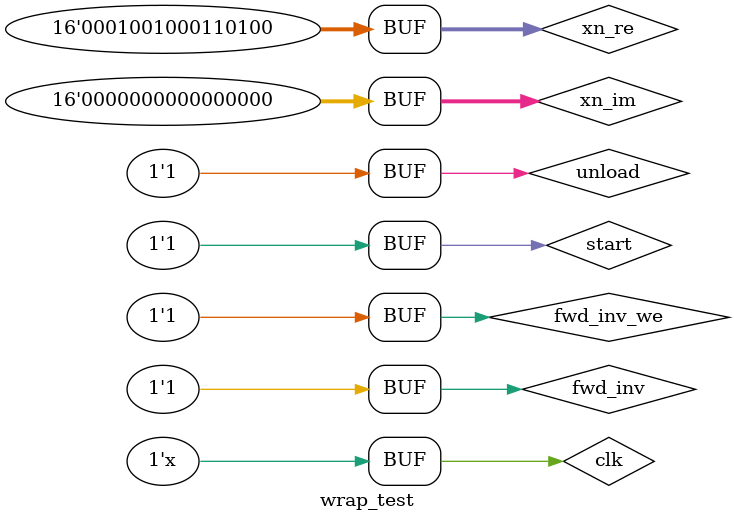
<source format=v>
`timescale 1ns / 1ps


module wrap_test;

	// Inputs
	reg clk;
	reg start;
	reg unload;
	reg [15:0] xn_re;
	reg [15:0] xn_im;
	reg fwd_inv;
	reg fwd_inv_we;

	// Outputs
	wire [9:0] xn_index;
	wire [31:0] Magnitude;
	wire [9:0] xk_index;

	always #5 clk =! clk;
	
	// Instantiate the Unit Under Test (UUT)
	wrap uut (
		.clk(clk), 
		.start(start), 
		.unload(unload), 
		.xn_re(xn_re), 
		.xn_im(xn_im), 
		.fwd_inv(fwd_inv), 
		.fwd_inv_we(fwd_inv_we), 
		.xn_index(xn_index), 
		.Magnitude(Magnitude), 
		.xk_index(xk_index)
	);

	initial begin
	
		clk = 0;
		start = 0;
		unload = 0;
		xn_re = 0;
		xn_im = 0;
		fwd_inv = 0;
		fwd_inv_we = 0;
		
		#150;
		
		start = 1;
		unload = 1;
		fwd_inv = 1;
		fwd_inv_we = 1;
		xn_re = 1;
		
      xn_re = 32'h00005678;
      #10;
    
      xn_re = 32'h00001121;
      #10;
      
      xn_re = 32'h00001920;
      #10;
      
      xn_re = 32'h00003245;
      #10;
      
      xn_re = 32'h00001516;
      #10;
      
      xn_re = 32'h00003245;
      #10;
		
      xn_re = 32'h00001920;
      #10;
		
      xn_re = 32'h00005678;
      #10;
		
      xn_re = 32'h00001516;
      #10;
		
      xn_re = 32'h00001920;
      #10;
		
      xn_re = 32'h00005678;
      #10;
		
      xn_re = 32'h00003245;
      #10;
		
      xn_re = 32'h00001183;
      #10;
		
      xn_re = 32'h00002348;
      #10;
		
      xn_re = 32'h00005673;
      #10;
		
      xn_re = 32'h00001234;
      #10;
        
		// Add stimulus here

	end
      
endmodule


</source>
